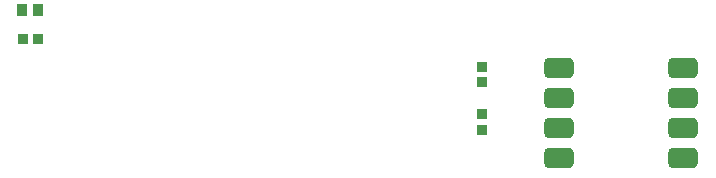
<source format=gbp>
G04*
G04 #@! TF.GenerationSoftware,Altium Limited,Altium Designer,18.1.9 (240)*
G04*
G04 Layer_Color=128*
%FSLAX44Y44*%
%MOMM*%
G71*
G01*
G75*
%ADD22R,0.9500X0.8500*%
%ADD24R,0.8500X0.9500*%
G04:AMPARAMS|DCode=26|XSize=2.52mm|YSize=1.75mm|CornerRadius=0.4375mm|HoleSize=0mm|Usage=FLASHONLY|Rotation=180.000|XOffset=0mm|YOffset=0mm|HoleType=Round|Shape=RoundedRectangle|*
%AMROUNDEDRECTD26*
21,1,2.5200,0.8750,0,0,180.0*
21,1,1.6450,1.7500,0,0,180.0*
1,1,0.8750,-0.8225,0.4375*
1,1,0.8750,0.8225,0.4375*
1,1,0.8750,0.8225,-0.4375*
1,1,0.8750,-0.8225,-0.4375*
%
%ADD26ROUNDEDRECTD26*%
%ADD70R,0.9000X1.0000*%
D22*
X692235Y313500D02*
D03*
Y326500D02*
D03*
X692235Y273500D02*
D03*
Y286500D02*
D03*
D24*
X303500Y350000D02*
D03*
X316500D02*
D03*
D26*
X757400Y249400D02*
D03*
Y274800D02*
D03*
Y300200D02*
D03*
Y325600D02*
D03*
X862600D02*
D03*
Y300200D02*
D03*
Y274800D02*
D03*
Y249400D02*
D03*
D70*
X316750Y375000D02*
D03*
X303250D02*
D03*
M02*

</source>
